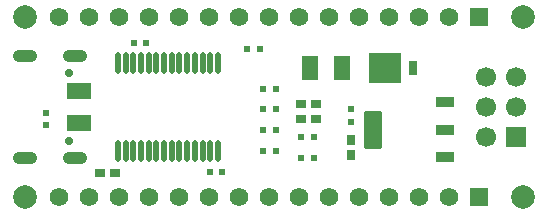
<source format=gbr>
%TF.GenerationSoftware,Altium Limited,Altium Designer,21.4.1 (30)*%
G04 Layer_Color=255*
%FSLAX45Y45*%
%MOMM*%
%TF.SameCoordinates,CCA80653-F6CA-46C6-945C-E97865854BA3*%
%TF.FilePolarity,Positive*%
%TF.FileFunction,Pads,Bot*%
%TF.Part,Single*%
G01*
G75*
%TA.AperFunction,SMDPad,CuDef*%
%ADD20R,0.50000X0.60000*%
%TA.AperFunction,ComponentPad*%
%ADD24C,0.70000*%
%ADD25O,2.10000X1.05000*%
%ADD26C,2.00000*%
%ADD27R,1.57000X1.57000*%
%ADD28C,1.57000*%
%ADD29C,1.70000*%
%ADD30R,1.70000X1.70000*%
%TA.AperFunction,SMDPad,CuDef*%
%ADD32R,0.90000X0.70000*%
%ADD33R,1.42000X2.13000*%
%ADD34R,0.76200X1.27000*%
%ADD35R,2.67000X2.54000*%
%ADD36R,0.50000X0.50000*%
%ADD37R,2.13000X1.42000*%
%ADD38R,0.50000X0.50000*%
%ADD39O,0.45000X1.85000*%
%ADD40R,0.60000X0.50000*%
%ADD41R,0.70000X0.90000*%
G04:AMPARAMS|DCode=42|XSize=3.15mm|YSize=1.45mm|CornerRadius=0.05075mm|HoleSize=0mm|Usage=FLASHONLY|Rotation=90.000|XOffset=0mm|YOffset=0mm|HoleType=Round|Shape=RoundedRectangle|*
%AMROUNDEDRECTD42*
21,1,3.15000,1.34850,0,0,90.0*
21,1,3.04850,1.45000,0,0,90.0*
1,1,0.10150,0.67425,1.52425*
1,1,0.10150,0.67425,-1.52425*
1,1,0.10150,-0.67425,-1.52425*
1,1,0.10150,-0.67425,1.52425*
%
%ADD42ROUNDEDRECTD42*%
G04:AMPARAMS|DCode=43|XSize=0.9mm|YSize=1.45mm|CornerRadius=0.0495mm|HoleSize=0mm|Usage=FLASHONLY|Rotation=90.000|XOffset=0mm|YOffset=0mm|HoleType=Round|Shape=RoundedRectangle|*
%AMROUNDEDRECTD43*
21,1,0.90000,1.35100,0,0,90.0*
21,1,0.80100,1.45000,0,0,90.0*
1,1,0.09900,0.67550,0.40050*
1,1,0.09900,0.67550,-0.40050*
1,1,0.09900,-0.67550,-0.40050*
1,1,0.09900,-0.67550,0.40050*
%
%ADD43ROUNDEDRECTD43*%
D20*
X1839921Y571498D02*
D03*
X1729919D02*
D03*
X1839921Y391158D02*
D03*
X1729919D02*
D03*
Y914398D02*
D03*
X1839921D02*
D03*
X1729919Y744218D02*
D03*
X1839921D02*
D03*
X2158203Y507998D02*
D03*
X2048201D02*
D03*
X1588999Y1251996D02*
D03*
X1699001D02*
D03*
X2158203Y330198D02*
D03*
X2048201D02*
D03*
D24*
X82240Y474980D02*
D03*
Y1052977D02*
D03*
D25*
X-282763Y331978D02*
D03*
Y1195979D02*
D03*
X135240Y331978D02*
D03*
Y1195979D02*
D03*
D26*
X-285999Y1521998D02*
D03*
X3927800Y1524000D02*
D03*
Y0D02*
D03*
X-285999Y1996D02*
D03*
D27*
X3556000Y0D02*
D03*
Y1524000D02*
D03*
D28*
X3302000Y0D02*
D03*
X3048000D02*
D03*
X2794000D02*
D03*
X2540000D02*
D03*
X2286000D02*
D03*
X2032000D02*
D03*
X1778000D02*
D03*
X1524000D02*
D03*
X1270000D02*
D03*
X1016000D02*
D03*
X762000D02*
D03*
X508000D02*
D03*
X254000D02*
D03*
X0D02*
D03*
X3302000Y1524000D02*
D03*
X3048000D02*
D03*
X2794000D02*
D03*
X2540000D02*
D03*
X2286000D02*
D03*
X2032000D02*
D03*
X1778000D02*
D03*
X1524000D02*
D03*
X1270000D02*
D03*
X1016000D02*
D03*
X762000D02*
D03*
X508000D02*
D03*
X254000D02*
D03*
X0D02*
D03*
D29*
X3620461Y1015998D02*
D03*
Y507998D02*
D03*
Y761998D02*
D03*
X3874461D02*
D03*
Y1015998D02*
D03*
D30*
Y507998D02*
D03*
D32*
X346401Y203198D02*
D03*
X476398D02*
D03*
X2048201Y660398D02*
D03*
X2178198D02*
D03*
X2048201Y787398D02*
D03*
X2178198D02*
D03*
D33*
X2394021Y1089660D02*
D03*
X2124019D02*
D03*
D34*
X2994503Y1092200D02*
D03*
D35*
X2759400D02*
D03*
D36*
X-105999Y611998D02*
D03*
Y711998D02*
D03*
D37*
X174000Y897001D02*
D03*
Y626999D02*
D03*
D38*
X734223Y1308100D02*
D03*
X634223D02*
D03*
X1381120Y213360D02*
D03*
X1281120D02*
D03*
D39*
X501503Y1134501D02*
D03*
X566501D02*
D03*
X631500D02*
D03*
X696504D02*
D03*
X761502D02*
D03*
X826501D02*
D03*
X891499D02*
D03*
X956503D02*
D03*
X1021502D02*
D03*
X1086500D02*
D03*
X1151499D02*
D03*
X1216503D02*
D03*
X1281501D02*
D03*
X1346500D02*
D03*
X501503Y389499D02*
D03*
X566501D02*
D03*
X631500D02*
D03*
X696504D02*
D03*
X761502D02*
D03*
X826501D02*
D03*
X891499D02*
D03*
X956503D02*
D03*
X1021502D02*
D03*
X1086500D02*
D03*
X1151499D02*
D03*
X1216503D02*
D03*
X1281501D02*
D03*
X1346500D02*
D03*
D40*
X2474001Y636996D02*
D03*
Y746999D02*
D03*
D41*
Y486999D02*
D03*
Y356997D02*
D03*
D42*
X2656500Y571998D02*
D03*
D43*
X3271500Y342001D02*
D03*
Y571998D02*
D03*
Y802000D02*
D03*
%TF.MD5,e70f84acc02f0f0c997b552edf5170f0*%
M02*

</source>
